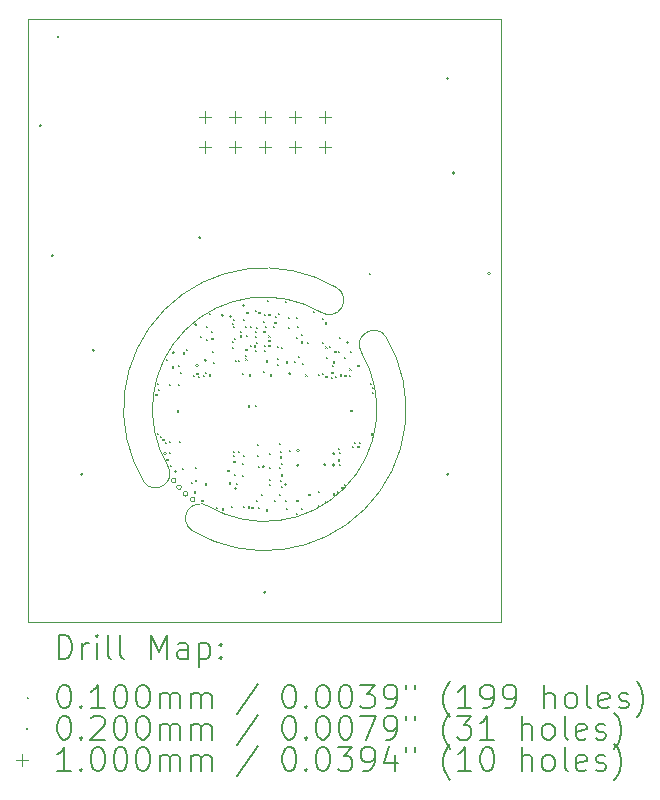
<source format=gbr>
%FSLAX45Y45*%
G04 Gerber Fmt 4.5, Leading zero omitted, Abs format (unit mm)*
G04 Created by KiCad (PCBNEW (6.0.0)) date 2022-01-25 07:30:47*
%MOMM*%
%LPD*%
G01*
G04 APERTURE LIST*
%TA.AperFunction,Profile*%
%ADD10C,0.050000*%
%TD*%
%ADD11C,0.200000*%
%ADD12C,0.010000*%
%ADD13C,0.020000*%
%ADD14C,0.100000*%
G04 APERTURE END LIST*
D10*
X11600000Y-6905000D02*
G75*
G03*
X11600000Y-6905000I-20000J0D01*
G01*
X11870000Y-7120000D02*
G75*
G03*
X11740000Y-7330000I-67136J-103678D01*
G01*
X11330000Y-6920000D02*
G75*
G03*
X11530000Y-6780000I95820J75972D01*
G01*
X14350000Y-8100000D02*
X10350000Y-8100000D01*
X10350000Y-8100000D02*
X10350000Y-3000000D01*
X10350000Y-3000000D02*
X14350000Y-3000000D01*
X14350000Y-3000000D02*
X14350000Y-8100000D01*
X12960000Y-5270000D02*
G75*
G03*
X11330000Y-6920000I-609186J-1028319D01*
G01*
X11740000Y-7330000D02*
G75*
G03*
X13380000Y-5690000I610181J1029820D01*
G01*
X11760000Y-7065000D02*
G75*
G03*
X11760000Y-7065000I-20000J0D01*
G01*
X11700000Y-7015000D02*
G75*
G03*
X11700000Y-7015000I-20000J0D01*
G01*
X11645000Y-6960000D02*
G75*
G03*
X11645000Y-6960000I-20000J0D01*
G01*
X12830000Y-5480000D02*
G75*
G03*
X11530000Y-6780000I-480000J-820000D01*
G01*
X11870000Y-7120000D02*
G75*
G03*
X13170000Y-5820000I480000J820000D01*
G01*
X12830000Y-5480000D02*
G75*
G03*
X12960000Y-5270000I67134J103679D01*
G01*
X13380000Y-5690000D02*
G75*
G03*
X13170000Y-5820000I-104791J-65337D01*
G01*
D11*
D12*
X11425000Y-6172500D02*
X11435000Y-6182500D01*
X11435000Y-6172500D02*
X11425000Y-6182500D01*
X11440000Y-6077500D02*
X11450000Y-6087500D01*
X11450000Y-6077500D02*
X11440000Y-6087500D01*
X11440771Y-6498185D02*
X11450771Y-6508185D01*
X11450771Y-6498185D02*
X11440771Y-6508185D01*
X11445000Y-6125000D02*
X11455000Y-6135000D01*
X11455000Y-6125000D02*
X11445000Y-6135000D01*
X11462240Y-6525000D02*
X11472240Y-6535000D01*
X11472240Y-6525000D02*
X11462240Y-6535000D01*
X11483620Y-6547834D02*
X11493620Y-6557834D01*
X11493620Y-6547834D02*
X11483620Y-6557834D01*
X11505000Y-6575000D02*
X11515000Y-6585000D01*
X11515000Y-6575000D02*
X11505000Y-6585000D01*
X11515000Y-5872500D02*
X11525000Y-5882500D01*
X11525000Y-5872500D02*
X11515000Y-5882500D01*
X11517500Y-6717500D02*
X11527500Y-6727500D01*
X11527500Y-6717500D02*
X11517500Y-6727500D01*
X11537550Y-6661333D02*
X11547550Y-6671333D01*
X11547550Y-6661333D02*
X11537550Y-6671333D01*
X11538356Y-6567225D02*
X11548356Y-6577225D01*
X11548356Y-6567225D02*
X11538356Y-6577225D01*
X11542450Y-6087245D02*
X11552450Y-6097245D01*
X11552450Y-6087245D02*
X11542450Y-6097245D01*
X11545000Y-6770000D02*
X11555000Y-6780000D01*
X11555000Y-6770000D02*
X11545000Y-6780000D01*
X11567642Y-5937642D02*
X11577642Y-5947642D01*
X11577642Y-5937642D02*
X11567642Y-5947642D01*
X11610050Y-6310000D02*
X11620050Y-6320000D01*
X11620050Y-6310000D02*
X11610050Y-6320000D01*
X11613917Y-6086367D02*
X11623917Y-6096367D01*
X11623917Y-6086367D02*
X11613917Y-6096367D01*
X11618512Y-5926254D02*
X11628512Y-5936254D01*
X11628512Y-5926254D02*
X11618512Y-5936254D01*
X11624698Y-6567225D02*
X11634698Y-6577225D01*
X11634698Y-6567225D02*
X11624698Y-6577225D01*
X11635000Y-5982500D02*
X11645000Y-5992500D01*
X11645000Y-5982500D02*
X11635000Y-5992500D01*
X11652500Y-6797500D02*
X11662500Y-6807500D01*
X11662500Y-6797500D02*
X11652500Y-6807500D01*
X11655451Y-5819264D02*
X11665451Y-5829264D01*
X11665451Y-5819264D02*
X11655451Y-5829264D01*
X11682500Y-5790000D02*
X11692500Y-5800000D01*
X11692500Y-5790000D02*
X11682500Y-5800000D01*
X11729000Y-6918000D02*
X11739000Y-6928000D01*
X11739000Y-6918000D02*
X11729000Y-6928000D01*
X11742500Y-6010000D02*
X11752500Y-6020000D01*
X11752500Y-6010000D02*
X11742500Y-6020000D01*
X11749052Y-6995000D02*
X11759052Y-7005000D01*
X11759052Y-6995000D02*
X11749052Y-7005000D01*
X11762500Y-6790000D02*
X11772500Y-6800000D01*
X11772500Y-6790000D02*
X11762500Y-6800000D01*
X11772773Y-5989807D02*
X11782773Y-5999807D01*
X11782773Y-5989807D02*
X11772773Y-5999807D01*
X11784167Y-6017505D02*
X11794167Y-6027505D01*
X11794167Y-6017505D02*
X11784167Y-6027505D01*
X11800000Y-5682000D02*
X11810000Y-5692000D01*
X11810000Y-5682000D02*
X11800000Y-5692000D01*
X11815000Y-7065000D02*
X11825000Y-7075000D01*
X11825000Y-7065000D02*
X11815000Y-7075000D01*
X11825000Y-6010000D02*
X11835000Y-6020000D01*
X11835000Y-6010000D02*
X11825000Y-6020000D01*
X11842500Y-6927500D02*
X11852500Y-6937500D01*
X11852500Y-6927500D02*
X11842500Y-6937500D01*
X11845029Y-5982680D02*
X11855029Y-5992680D01*
X11855029Y-5982680D02*
X11845029Y-5992680D01*
X11850000Y-5593000D02*
X11860000Y-5603000D01*
X11860000Y-5593000D02*
X11850000Y-5603000D01*
X11854000Y-5707000D02*
X11864000Y-5717000D01*
X11864000Y-5707000D02*
X11854000Y-5717000D01*
X11875000Y-5485000D02*
X11885000Y-5495000D01*
X11885000Y-5485000D02*
X11875000Y-5495000D01*
X11877500Y-6005000D02*
X11887500Y-6015000D01*
X11887500Y-6005000D02*
X11877500Y-6015000D01*
X11895500Y-5635000D02*
X11905500Y-5645000D01*
X11905500Y-5635000D02*
X11895500Y-5645000D01*
X11899000Y-5694000D02*
X11909000Y-5704000D01*
X11909000Y-5694000D02*
X11899000Y-5704000D01*
X11905147Y-5808482D02*
X11915147Y-5818482D01*
X11915147Y-5808482D02*
X11905147Y-5818482D01*
X11911000Y-5896000D02*
X11921000Y-5906000D01*
X11921000Y-5896000D02*
X11911000Y-5906000D01*
X11937500Y-7127500D02*
X11947500Y-7137500D01*
X11947500Y-7127500D02*
X11937500Y-7137500D01*
X11990000Y-7140000D02*
X12000000Y-7150000D01*
X12000000Y-7140000D02*
X11990000Y-7150000D01*
X12035000Y-6815000D02*
X12045000Y-6825000D01*
X12045000Y-6815000D02*
X12035000Y-6825000D01*
X12050142Y-6919858D02*
X12060142Y-6929858D01*
X12060142Y-6919858D02*
X12050142Y-6929858D01*
X12067450Y-7118584D02*
X12077450Y-7128584D01*
X12077450Y-7118584D02*
X12067450Y-7128584D01*
X12069591Y-5772500D02*
X12079591Y-5782500D01*
X12079591Y-5772500D02*
X12069591Y-5782500D01*
X12070248Y-5569950D02*
X12080248Y-5579950D01*
X12080248Y-5569950D02*
X12070248Y-5579950D01*
X12073000Y-5720122D02*
X12083000Y-5730122D01*
X12083000Y-5720122D02*
X12073000Y-5730122D01*
X12081000Y-5538000D02*
X12091000Y-5548000D01*
X12091000Y-5538000D02*
X12081000Y-5548000D01*
X12082500Y-6650000D02*
X12092500Y-6660000D01*
X12092500Y-6650000D02*
X12082500Y-6660000D01*
X12082500Y-6690000D02*
X12092500Y-6700000D01*
X12092500Y-6690000D02*
X12082500Y-6700000D01*
X12083375Y-5596871D02*
X12093375Y-5606871D01*
X12093375Y-5596871D02*
X12083375Y-5606871D01*
X12085000Y-6735000D02*
X12095000Y-6745000D01*
X12095000Y-6735000D02*
X12085000Y-6745000D01*
X12090000Y-6850000D02*
X12100000Y-6860000D01*
X12100000Y-6850000D02*
X12090000Y-6860000D01*
X12092067Y-5695172D02*
X12102067Y-5705172D01*
X12102067Y-5695172D02*
X12092067Y-5705172D01*
X12095514Y-5883512D02*
X12105514Y-5893512D01*
X12105514Y-5883512D02*
X12095514Y-5893512D01*
X12105000Y-6925000D02*
X12115000Y-6935000D01*
X12115000Y-6925000D02*
X12105000Y-6935000D01*
X12125000Y-6655000D02*
X12135000Y-6665000D01*
X12135000Y-6655000D02*
X12125000Y-6665000D01*
X12126000Y-5884000D02*
X12136000Y-5894000D01*
X12136000Y-5884000D02*
X12126000Y-5894000D01*
X12141838Y-5674952D02*
X12151838Y-5684952D01*
X12151838Y-5674952D02*
X12141838Y-5684952D01*
X12142500Y-5635000D02*
X12152500Y-5645000D01*
X12152500Y-5635000D02*
X12142500Y-5645000D01*
X12155000Y-5995000D02*
X12165000Y-6005000D01*
X12165000Y-5995000D02*
X12155000Y-6005000D01*
X12155000Y-6755000D02*
X12165000Y-6765000D01*
X12165000Y-6755000D02*
X12155000Y-6765000D01*
X12155000Y-6855000D02*
X12165000Y-6865000D01*
X12165000Y-6855000D02*
X12155000Y-6865000D01*
X12162500Y-7120000D02*
X12172500Y-7130000D01*
X12172500Y-7120000D02*
X12162500Y-7130000D01*
X12164639Y-5532701D02*
X12174639Y-5542701D01*
X12174639Y-5532701D02*
X12164639Y-5542701D01*
X12165000Y-6685000D02*
X12175000Y-6695000D01*
X12175000Y-6685000D02*
X12165000Y-6695000D01*
X12185000Y-5837520D02*
X12195000Y-5847520D01*
X12195000Y-5837520D02*
X12185000Y-5847520D01*
X12186292Y-5597606D02*
X12196292Y-5607606D01*
X12196292Y-5597606D02*
X12186292Y-5607606D01*
X12187000Y-5790000D02*
X12197000Y-5800000D01*
X12197000Y-5790000D02*
X12187000Y-5800000D01*
X12187712Y-5870000D02*
X12197712Y-5880000D01*
X12197712Y-5870000D02*
X12187712Y-5880000D01*
X12193000Y-5670000D02*
X12203000Y-5680000D01*
X12203000Y-5670000D02*
X12193000Y-5680000D01*
X12195000Y-5475000D02*
X12205000Y-5485000D01*
X12205000Y-5475000D02*
X12195000Y-5485000D01*
X12205000Y-6267500D02*
X12215000Y-6277500D01*
X12215000Y-6267500D02*
X12205000Y-6277500D01*
X12207500Y-7122500D02*
X12217500Y-7132500D01*
X12217500Y-7122500D02*
X12207500Y-7132500D01*
X12214890Y-6004794D02*
X12224890Y-6014794D01*
X12224890Y-6004794D02*
X12214890Y-6014794D01*
X12222500Y-5595000D02*
X12232500Y-5605000D01*
X12232500Y-5595000D02*
X12222500Y-5605000D01*
X12222587Y-5752529D02*
X12232587Y-5762529D01*
X12232587Y-5752529D02*
X12222587Y-5762529D01*
X12237327Y-7125212D02*
X12247327Y-7135212D01*
X12247327Y-7125212D02*
X12237327Y-7135212D01*
X12259862Y-5759260D02*
X12269862Y-5769260D01*
X12269862Y-5759260D02*
X12259862Y-5769260D01*
X12267310Y-5637345D02*
X12277310Y-5647345D01*
X12277310Y-5637345D02*
X12267310Y-5647345D01*
X12267500Y-5795000D02*
X12277500Y-5805000D01*
X12277500Y-5795000D02*
X12267500Y-5805000D01*
X12267500Y-6262500D02*
X12277500Y-6272500D01*
X12277500Y-6262500D02*
X12267500Y-6272500D01*
X12267760Y-5677930D02*
X12277760Y-5687930D01*
X12277760Y-5677930D02*
X12267760Y-5687930D01*
X12270000Y-5457500D02*
X12280000Y-5467500D01*
X12280000Y-5457500D02*
X12270000Y-5467500D01*
X12275000Y-7067500D02*
X12285000Y-7077500D01*
X12285000Y-7067500D02*
X12275000Y-7077500D01*
X12275050Y-5730634D02*
X12285050Y-5740634D01*
X12285050Y-5730634D02*
X12275050Y-5740634D01*
X12278677Y-5600292D02*
X12288677Y-5610292D01*
X12288677Y-5600292D02*
X12278677Y-5610292D01*
X12285000Y-6685000D02*
X12295000Y-6695000D01*
X12295000Y-6685000D02*
X12285000Y-6695000D01*
X12287500Y-6595000D02*
X12297500Y-6605000D01*
X12297500Y-6595000D02*
X12287500Y-6605000D01*
X12290000Y-6782500D02*
X12300000Y-6792500D01*
X12300000Y-6782500D02*
X12290000Y-6792500D01*
X12290586Y-7127231D02*
X12300586Y-7137231D01*
X12300586Y-7127231D02*
X12290586Y-7137231D01*
X12297500Y-5477500D02*
X12307500Y-5487500D01*
X12307500Y-5477500D02*
X12297500Y-5487500D01*
X12317500Y-7015000D02*
X12327500Y-7025000D01*
X12327500Y-7015000D02*
X12317500Y-7025000D01*
X12335000Y-5974000D02*
X12345000Y-5984000D01*
X12345000Y-5974000D02*
X12335000Y-5984000D01*
X12337050Y-5555000D02*
X12347050Y-5565000D01*
X12347050Y-5555000D02*
X12337050Y-5565000D01*
X12340000Y-5640000D02*
X12350000Y-5650000D01*
X12350000Y-5640000D02*
X12340000Y-5650000D01*
X12345000Y-5490000D02*
X12355000Y-5500000D01*
X12355000Y-5490000D02*
X12345000Y-5500000D01*
X12345000Y-5752070D02*
X12355000Y-5762070D01*
X12355000Y-5752070D02*
X12345000Y-5762070D01*
X12345000Y-5797500D02*
X12355000Y-5807500D01*
X12355000Y-5797500D02*
X12345000Y-5807500D01*
X12352065Y-5597635D02*
X12362065Y-5607635D01*
X12362065Y-5597635D02*
X12352065Y-5607635D01*
X12358892Y-5886108D02*
X12368892Y-5896108D01*
X12368892Y-5886108D02*
X12358892Y-5896108D01*
X12362500Y-7147500D02*
X12372500Y-7157500D01*
X12372500Y-7147500D02*
X12362500Y-7157500D01*
X12368972Y-5375744D02*
X12378972Y-5385744D01*
X12378972Y-5375744D02*
X12368972Y-5385744D01*
X12381690Y-5674972D02*
X12391690Y-5684972D01*
X12391690Y-5674972D02*
X12381690Y-5684972D01*
X12381748Y-5489999D02*
X12391748Y-5499999D01*
X12391748Y-5489999D02*
X12381748Y-5499999D01*
X12382500Y-5712500D02*
X12392500Y-5722500D01*
X12392500Y-5712500D02*
X12382500Y-5722500D01*
X12382500Y-5752500D02*
X12392500Y-5762500D01*
X12392500Y-5752500D02*
X12382500Y-5762500D01*
X12384254Y-6886655D02*
X12394254Y-6896655D01*
X12394254Y-6886655D02*
X12384254Y-6896655D01*
X12385000Y-6785000D02*
X12395000Y-6795000D01*
X12395000Y-6785000D02*
X12385000Y-6795000D01*
X12385000Y-6935000D02*
X12395000Y-6945000D01*
X12395000Y-6935000D02*
X12385000Y-6945000D01*
X12386719Y-6672097D02*
X12396719Y-6682097D01*
X12396719Y-6672097D02*
X12386719Y-6682097D01*
X12395000Y-6005000D02*
X12405000Y-6015000D01*
X12405000Y-6005000D02*
X12395000Y-6015000D01*
X12422369Y-5595094D02*
X12432369Y-5605094D01*
X12432369Y-5595094D02*
X12422369Y-5605094D01*
X12425000Y-7067500D02*
X12435000Y-7077500D01*
X12435000Y-7067500D02*
X12425000Y-7077500D01*
X12433050Y-5560000D02*
X12443050Y-5570000D01*
X12443050Y-5560000D02*
X12433050Y-5570000D01*
X12437500Y-5510000D02*
X12447500Y-5520000D01*
X12447500Y-5510000D02*
X12437500Y-5520000D01*
X12451000Y-5767000D02*
X12461000Y-5777000D01*
X12461000Y-5767000D02*
X12451000Y-5777000D01*
X12454000Y-5868000D02*
X12464000Y-5878000D01*
X12464000Y-5868000D02*
X12454000Y-5878000D01*
X12454000Y-5913000D02*
X12464000Y-5923000D01*
X12464000Y-5913000D02*
X12454000Y-5923000D01*
X12459000Y-5487000D02*
X12469000Y-5497000D01*
X12469000Y-5487000D02*
X12459000Y-5497000D01*
X12467500Y-7015000D02*
X12477500Y-7025000D01*
X12477500Y-7015000D02*
X12467500Y-7025000D01*
X12470750Y-6588250D02*
X12480750Y-6598250D01*
X12480750Y-6588250D02*
X12470750Y-6598250D01*
X12472642Y-6784858D02*
X12482642Y-6794858D01*
X12482642Y-6784858D02*
X12472642Y-6794858D01*
X12477500Y-6655000D02*
X12487500Y-6665000D01*
X12487500Y-6655000D02*
X12477500Y-6665000D01*
X12480000Y-6900000D02*
X12490000Y-6910000D01*
X12490000Y-6900000D02*
X12480000Y-6910000D01*
X12482500Y-6700000D02*
X12492500Y-6710000D01*
X12492500Y-6700000D02*
X12482500Y-6710000D01*
X12485000Y-6752500D02*
X12495000Y-6762500D01*
X12495000Y-6752500D02*
X12485000Y-6762500D01*
X12485000Y-6852500D02*
X12495000Y-6862500D01*
X12495000Y-6852500D02*
X12485000Y-6862500D01*
X12485098Y-5773667D02*
X12495098Y-5783667D01*
X12495098Y-5773667D02*
X12485098Y-5783667D01*
X12486000Y-6952550D02*
X12496000Y-6962550D01*
X12496000Y-6952550D02*
X12486000Y-6962550D01*
X12522500Y-7070000D02*
X12532500Y-7080000D01*
X12532500Y-7070000D02*
X12522500Y-7080000D01*
X12525000Y-5385000D02*
X12535000Y-5395000D01*
X12535000Y-5385000D02*
X12525000Y-5395000D01*
X12530000Y-5895000D02*
X12540000Y-5905000D01*
X12540000Y-5895000D02*
X12530000Y-5905000D01*
X12532078Y-7136058D02*
X12542078Y-7146058D01*
X12542078Y-7136058D02*
X12532078Y-7146058D01*
X12546300Y-5520000D02*
X12556300Y-5530000D01*
X12556300Y-5520000D02*
X12546300Y-5530000D01*
X12547500Y-5600000D02*
X12557500Y-5610000D01*
X12557500Y-5600000D02*
X12547500Y-5610000D01*
X12552500Y-6642500D02*
X12562500Y-6652500D01*
X12562500Y-6642500D02*
X12552500Y-6652500D01*
X12595000Y-5890000D02*
X12605000Y-5900000D01*
X12605000Y-5890000D02*
X12595000Y-5900000D01*
X12612500Y-5515000D02*
X12622500Y-5525000D01*
X12622500Y-5515000D02*
X12612500Y-5525000D01*
X12615000Y-5687500D02*
X12625000Y-5697500D01*
X12625000Y-5687500D02*
X12615000Y-5697500D01*
X12615000Y-7180000D02*
X12625000Y-7190000D01*
X12625000Y-7180000D02*
X12615000Y-7190000D01*
X12618660Y-7069480D02*
X12628660Y-7079480D01*
X12628660Y-7069480D02*
X12618660Y-7079480D01*
X12625000Y-5592500D02*
X12635000Y-5602500D01*
X12635000Y-5592500D02*
X12625000Y-5602500D01*
X12630000Y-5850000D02*
X12640000Y-5860000D01*
X12640000Y-5850000D02*
X12630000Y-5860000D01*
X12655000Y-5725000D02*
X12665000Y-5735000D01*
X12665000Y-5725000D02*
X12655000Y-5735000D01*
X12655000Y-7135000D02*
X12665000Y-7145000D01*
X12665000Y-7135000D02*
X12655000Y-7145000D01*
X12657500Y-5665000D02*
X12667500Y-5675000D01*
X12667500Y-5665000D02*
X12657500Y-5675000D01*
X12665000Y-5910000D02*
X12675000Y-5920000D01*
X12675000Y-5910000D02*
X12665000Y-5920000D01*
X12695000Y-6005000D02*
X12705000Y-6015000D01*
X12705000Y-6005000D02*
X12695000Y-6015000D01*
X12707441Y-5727450D02*
X12717441Y-5737450D01*
X12717441Y-5727450D02*
X12707441Y-5737450D01*
X12720687Y-7014471D02*
X12730687Y-7024471D01*
X12730687Y-7014471D02*
X12720687Y-7024471D01*
X12757500Y-5465000D02*
X12767500Y-5475000D01*
X12767500Y-5465000D02*
X12757500Y-5475000D01*
X12797500Y-6994950D02*
X12807500Y-7004950D01*
X12807500Y-6994950D02*
X12797500Y-7004950D01*
X12800000Y-6000000D02*
X12810000Y-6010000D01*
X12810000Y-6000000D02*
X12800000Y-6010000D01*
X12800000Y-7107500D02*
X12810000Y-7117500D01*
X12810000Y-7107500D02*
X12800000Y-7117500D01*
X12835000Y-5525000D02*
X12845000Y-5535000D01*
X12845000Y-5525000D02*
X12835000Y-5535000D01*
X12835000Y-5728000D02*
X12845000Y-5738000D01*
X12845000Y-5728000D02*
X12835000Y-5738000D01*
X12835000Y-5995000D02*
X12845000Y-6005000D01*
X12845000Y-5995000D02*
X12835000Y-6005000D01*
X12857000Y-7073000D02*
X12867000Y-7083000D01*
X12867000Y-7073000D02*
X12857000Y-7083000D01*
X12860000Y-5565000D02*
X12870000Y-5575000D01*
X12870000Y-5565000D02*
X12860000Y-5575000D01*
X12864950Y-5768800D02*
X12874950Y-5778800D01*
X12874950Y-5768800D02*
X12864950Y-5778800D01*
X12865000Y-6015000D02*
X12875000Y-6025000D01*
X12875000Y-6015000D02*
X12865000Y-6025000D01*
X12870000Y-5855000D02*
X12880000Y-5865000D01*
X12880000Y-5855000D02*
X12870000Y-5865000D01*
X12897217Y-5765820D02*
X12907217Y-5775820D01*
X12907217Y-5765820D02*
X12897217Y-5775820D01*
X12908113Y-6024519D02*
X12918113Y-6034519D01*
X12918113Y-6024519D02*
X12908113Y-6034519D01*
X12915600Y-5981820D02*
X12925600Y-5991820D01*
X12925600Y-5981820D02*
X12915600Y-5991820D01*
X12920000Y-5925000D02*
X12930000Y-5935000D01*
X12930000Y-5925000D02*
X12920000Y-5935000D01*
X12925874Y-5895631D02*
X12935874Y-5905631D01*
X12935874Y-5895631D02*
X12925874Y-5905631D01*
X12930000Y-7012500D02*
X12940000Y-7022500D01*
X12940000Y-7012500D02*
X12930000Y-7022500D01*
X12940050Y-5805000D02*
X12950050Y-5815000D01*
X12950050Y-5805000D02*
X12940050Y-5815000D01*
X12944972Y-6014685D02*
X12954972Y-6024685D01*
X12954972Y-6014685D02*
X12944972Y-6024685D01*
X12965000Y-6990000D02*
X12975000Y-7000000D01*
X12975000Y-6990000D02*
X12965000Y-7000000D01*
X12970000Y-5805000D02*
X12980000Y-5815000D01*
X12980000Y-5805000D02*
X12970000Y-5815000D01*
X12972500Y-6627500D02*
X12982500Y-6637500D01*
X12982500Y-6627500D02*
X12972500Y-6637500D01*
X12972835Y-6724716D02*
X12982835Y-6734716D01*
X12982835Y-6724716D02*
X12972835Y-6734716D01*
X12980000Y-6662500D02*
X12990000Y-6672500D01*
X12990000Y-6662500D02*
X12980000Y-6672500D01*
X12980000Y-6762500D02*
X12990000Y-6772500D01*
X12990000Y-6762500D02*
X12980000Y-6772500D01*
X12980142Y-5689858D02*
X12990142Y-5699858D01*
X12990142Y-5689858D02*
X12980142Y-5699858D01*
X12985000Y-6005000D02*
X12995000Y-6015000D01*
X12995000Y-6005000D02*
X12985000Y-6015000D01*
X13000000Y-6957500D02*
X13010000Y-6967500D01*
X13010000Y-6957500D02*
X13000000Y-6967500D01*
X13022500Y-6932500D02*
X13032500Y-6942500D01*
X13032500Y-6932500D02*
X13022500Y-6942500D01*
X13023000Y-5855000D02*
X13033000Y-5865000D01*
X13033000Y-5855000D02*
X13023000Y-5865000D01*
X13025000Y-6007500D02*
X13035000Y-6017500D01*
X13035000Y-6007500D02*
X13025000Y-6017500D01*
X13065000Y-6007500D02*
X13075000Y-6017500D01*
X13075000Y-6007500D02*
X13065000Y-6017500D01*
X13067684Y-5955000D02*
X13077684Y-5965000D01*
X13077684Y-5955000D02*
X13067684Y-5965000D01*
X13070000Y-5805000D02*
X13080000Y-5815000D01*
X13080000Y-5805000D02*
X13070000Y-5815000D01*
X13076760Y-6307500D02*
X13086760Y-6317500D01*
X13086760Y-6307500D02*
X13076760Y-6317500D01*
X13091000Y-6611000D02*
X13101000Y-6621000D01*
X13101000Y-6611000D02*
X13091000Y-6621000D01*
X13104078Y-6579704D02*
X13114078Y-6589704D01*
X13114078Y-6579704D02*
X13104078Y-6589704D01*
X13135000Y-5925000D02*
X13145000Y-5935000D01*
X13145000Y-5925000D02*
X13135000Y-5935000D01*
X13136000Y-6608000D02*
X13146000Y-6618000D01*
X13146000Y-6608000D02*
X13136000Y-6618000D01*
X13147843Y-6576948D02*
X13157843Y-6586948D01*
X13157843Y-6576948D02*
X13147843Y-6586948D01*
X13235000Y-5145000D02*
X13245000Y-5155000D01*
X13245000Y-5145000D02*
X13235000Y-5155000D01*
X13244619Y-6079335D02*
X13254619Y-6089335D01*
X13254619Y-6079335D02*
X13244619Y-6089335D01*
X13247000Y-6505000D02*
X13257000Y-6515000D01*
X13257000Y-6505000D02*
X13247000Y-6515000D01*
X13255000Y-6110000D02*
X13265000Y-6120000D01*
X13265000Y-6110000D02*
X13255000Y-6120000D01*
X13255000Y-6155000D02*
X13265000Y-6165000D01*
X13265000Y-6155000D02*
X13255000Y-6165000D01*
D13*
X10460000Y-3900000D02*
G75*
G03*
X10460000Y-3900000I-10000J0D01*
G01*
X10560000Y-5000000D02*
G75*
G03*
X10560000Y-5000000I-10000J0D01*
G01*
X10610000Y-3150000D02*
G75*
G03*
X10610000Y-3150000I-10000J0D01*
G01*
X10810000Y-6850000D02*
G75*
G03*
X10810000Y-6850000I-10000J0D01*
G01*
X10910000Y-5800000D02*
G75*
G03*
X10910000Y-5800000I-10000J0D01*
G01*
X11517500Y-6675000D02*
G75*
G03*
X11517500Y-6675000I-10000J0D01*
G01*
X11586605Y-5820756D02*
G75*
G03*
X11586605Y-5820756I-10000J0D01*
G01*
X11605304Y-6827396D02*
G75*
G03*
X11605304Y-6827396I-10000J0D01*
G01*
X11777000Y-5585000D02*
G75*
G03*
X11777000Y-5585000I-10000J0D01*
G01*
X11781000Y-6908000D02*
G75*
G03*
X11781000Y-6908000I-10000J0D01*
G01*
X11787500Y-5930000D02*
G75*
G03*
X11787500Y-5930000I-10000J0D01*
G01*
X11810000Y-4850000D02*
G75*
G03*
X11810000Y-4850000I-10000J0D01*
G01*
X11857000Y-5884000D02*
G75*
G03*
X11857000Y-5884000I-10000J0D01*
G01*
X12000000Y-5505000D02*
G75*
G03*
X12000000Y-5505000I-10000J0D01*
G01*
X12070000Y-5515000D02*
G75*
G03*
X12070000Y-5515000I-10000J0D01*
G01*
X12114928Y-6970072D02*
G75*
G03*
X12114928Y-6970072I-10000J0D01*
G01*
X12182621Y-5422117D02*
G75*
G03*
X12182621Y-5422117I-10000J0D01*
G01*
X12350000Y-6787500D02*
G75*
G03*
X12350000Y-6787500I-10000J0D01*
G01*
X12360000Y-7850000D02*
G75*
G03*
X12360000Y-7850000I-10000J0D01*
G01*
X12538566Y-6937550D02*
G75*
G03*
X12538566Y-6937550I-10000J0D01*
G01*
X12572000Y-6001000D02*
G75*
G03*
X12572000Y-6001000I-10000J0D01*
G01*
X12640000Y-6772500D02*
G75*
G03*
X12640000Y-6772500I-10000J0D01*
G01*
X12642500Y-6650000D02*
G75*
G03*
X12642500Y-6650000I-10000J0D01*
G01*
X12867500Y-6771240D02*
G75*
G03*
X12867500Y-6771240I-10000J0D01*
G01*
X12942500Y-6772500D02*
G75*
G03*
X12942500Y-6772500I-10000J0D01*
G01*
X12945000Y-6677500D02*
G75*
G03*
X12945000Y-6677500I-10000J0D01*
G01*
X13062500Y-5735000D02*
G75*
G03*
X13062500Y-5735000I-10000J0D01*
G01*
X13910000Y-3500000D02*
G75*
G03*
X13910000Y-3500000I-10000J0D01*
G01*
X13910000Y-6850000D02*
G75*
G03*
X13910000Y-6850000I-10000J0D01*
G01*
X13960000Y-4300000D02*
G75*
G03*
X13960000Y-4300000I-10000J0D01*
G01*
X14260000Y-5150000D02*
G75*
G03*
X14260000Y-5150000I-10000J0D01*
G01*
D14*
X11842000Y-3774750D02*
X11842000Y-3874750D01*
X11792000Y-3824750D02*
X11892000Y-3824750D01*
X11842000Y-4028750D02*
X11842000Y-4128750D01*
X11792000Y-4078750D02*
X11892000Y-4078750D01*
X12096000Y-3774750D02*
X12096000Y-3874750D01*
X12046000Y-3824750D02*
X12146000Y-3824750D01*
X12096000Y-4028750D02*
X12096000Y-4128750D01*
X12046000Y-4078750D02*
X12146000Y-4078750D01*
X12350000Y-3774750D02*
X12350000Y-3874750D01*
X12300000Y-3824750D02*
X12400000Y-3824750D01*
X12350000Y-4028750D02*
X12350000Y-4128750D01*
X12300000Y-4078750D02*
X12400000Y-4078750D01*
X12604000Y-3774750D02*
X12604000Y-3874750D01*
X12554000Y-3824750D02*
X12654000Y-3824750D01*
X12604000Y-4028750D02*
X12604000Y-4128750D01*
X12554000Y-4078750D02*
X12654000Y-4078750D01*
X12858000Y-3774750D02*
X12858000Y-3874750D01*
X12808000Y-3824750D02*
X12908000Y-3824750D01*
X12858000Y-4028750D02*
X12858000Y-4128750D01*
X12808000Y-4078750D02*
X12908000Y-4078750D01*
D11*
X10605119Y-8412976D02*
X10605119Y-8212976D01*
X10652738Y-8212976D01*
X10681310Y-8222500D01*
X10700357Y-8241548D01*
X10709881Y-8260595D01*
X10719405Y-8298690D01*
X10719405Y-8327262D01*
X10709881Y-8365357D01*
X10700357Y-8384405D01*
X10681310Y-8403452D01*
X10652738Y-8412976D01*
X10605119Y-8412976D01*
X10805119Y-8412976D02*
X10805119Y-8279643D01*
X10805119Y-8317738D02*
X10814643Y-8298690D01*
X10824167Y-8289167D01*
X10843214Y-8279643D01*
X10862262Y-8279643D01*
X10928929Y-8412976D02*
X10928929Y-8279643D01*
X10928929Y-8212976D02*
X10919405Y-8222500D01*
X10928929Y-8232024D01*
X10938452Y-8222500D01*
X10928929Y-8212976D01*
X10928929Y-8232024D01*
X11052738Y-8412976D02*
X11033690Y-8403452D01*
X11024167Y-8384405D01*
X11024167Y-8212976D01*
X11157500Y-8412976D02*
X11138452Y-8403452D01*
X11128929Y-8384405D01*
X11128929Y-8212976D01*
X11386071Y-8412976D02*
X11386071Y-8212976D01*
X11452738Y-8355833D01*
X11519405Y-8212976D01*
X11519405Y-8412976D01*
X11700357Y-8412976D02*
X11700357Y-8308214D01*
X11690833Y-8289167D01*
X11671786Y-8279643D01*
X11633690Y-8279643D01*
X11614643Y-8289167D01*
X11700357Y-8403452D02*
X11681309Y-8412976D01*
X11633690Y-8412976D01*
X11614643Y-8403452D01*
X11605119Y-8384405D01*
X11605119Y-8365357D01*
X11614643Y-8346309D01*
X11633690Y-8336786D01*
X11681309Y-8336786D01*
X11700357Y-8327262D01*
X11795595Y-8279643D02*
X11795595Y-8479643D01*
X11795595Y-8289167D02*
X11814643Y-8279643D01*
X11852738Y-8279643D01*
X11871786Y-8289167D01*
X11881309Y-8298690D01*
X11890833Y-8317738D01*
X11890833Y-8374881D01*
X11881309Y-8393929D01*
X11871786Y-8403452D01*
X11852738Y-8412976D01*
X11814643Y-8412976D01*
X11795595Y-8403452D01*
X11976548Y-8393929D02*
X11986071Y-8403452D01*
X11976548Y-8412976D01*
X11967024Y-8403452D01*
X11976548Y-8393929D01*
X11976548Y-8412976D01*
X11976548Y-8289167D02*
X11986071Y-8298690D01*
X11976548Y-8308214D01*
X11967024Y-8298690D01*
X11976548Y-8289167D01*
X11976548Y-8308214D01*
D12*
X10337500Y-8737500D02*
X10347500Y-8747500D01*
X10347500Y-8737500D02*
X10337500Y-8747500D01*
D11*
X10643214Y-8632976D02*
X10662262Y-8632976D01*
X10681310Y-8642500D01*
X10690833Y-8652024D01*
X10700357Y-8671071D01*
X10709881Y-8709167D01*
X10709881Y-8756786D01*
X10700357Y-8794881D01*
X10690833Y-8813929D01*
X10681310Y-8823452D01*
X10662262Y-8832976D01*
X10643214Y-8832976D01*
X10624167Y-8823452D01*
X10614643Y-8813929D01*
X10605119Y-8794881D01*
X10595595Y-8756786D01*
X10595595Y-8709167D01*
X10605119Y-8671071D01*
X10614643Y-8652024D01*
X10624167Y-8642500D01*
X10643214Y-8632976D01*
X10795595Y-8813929D02*
X10805119Y-8823452D01*
X10795595Y-8832976D01*
X10786071Y-8823452D01*
X10795595Y-8813929D01*
X10795595Y-8832976D01*
X10995595Y-8832976D02*
X10881310Y-8832976D01*
X10938452Y-8832976D02*
X10938452Y-8632976D01*
X10919405Y-8661548D01*
X10900357Y-8680595D01*
X10881310Y-8690119D01*
X11119405Y-8632976D02*
X11138452Y-8632976D01*
X11157500Y-8642500D01*
X11167024Y-8652024D01*
X11176548Y-8671071D01*
X11186071Y-8709167D01*
X11186071Y-8756786D01*
X11176548Y-8794881D01*
X11167024Y-8813929D01*
X11157500Y-8823452D01*
X11138452Y-8832976D01*
X11119405Y-8832976D01*
X11100357Y-8823452D01*
X11090833Y-8813929D01*
X11081310Y-8794881D01*
X11071786Y-8756786D01*
X11071786Y-8709167D01*
X11081310Y-8671071D01*
X11090833Y-8652024D01*
X11100357Y-8642500D01*
X11119405Y-8632976D01*
X11309881Y-8632976D02*
X11328928Y-8632976D01*
X11347976Y-8642500D01*
X11357500Y-8652024D01*
X11367024Y-8671071D01*
X11376548Y-8709167D01*
X11376548Y-8756786D01*
X11367024Y-8794881D01*
X11357500Y-8813929D01*
X11347976Y-8823452D01*
X11328928Y-8832976D01*
X11309881Y-8832976D01*
X11290833Y-8823452D01*
X11281309Y-8813929D01*
X11271786Y-8794881D01*
X11262262Y-8756786D01*
X11262262Y-8709167D01*
X11271786Y-8671071D01*
X11281309Y-8652024D01*
X11290833Y-8642500D01*
X11309881Y-8632976D01*
X11462262Y-8832976D02*
X11462262Y-8699643D01*
X11462262Y-8718690D02*
X11471786Y-8709167D01*
X11490833Y-8699643D01*
X11519405Y-8699643D01*
X11538452Y-8709167D01*
X11547976Y-8728214D01*
X11547976Y-8832976D01*
X11547976Y-8728214D02*
X11557500Y-8709167D01*
X11576548Y-8699643D01*
X11605119Y-8699643D01*
X11624167Y-8709167D01*
X11633690Y-8728214D01*
X11633690Y-8832976D01*
X11728928Y-8832976D02*
X11728928Y-8699643D01*
X11728928Y-8718690D02*
X11738452Y-8709167D01*
X11757500Y-8699643D01*
X11786071Y-8699643D01*
X11805119Y-8709167D01*
X11814643Y-8728214D01*
X11814643Y-8832976D01*
X11814643Y-8728214D02*
X11824167Y-8709167D01*
X11843214Y-8699643D01*
X11871786Y-8699643D01*
X11890833Y-8709167D01*
X11900357Y-8728214D01*
X11900357Y-8832976D01*
X12290833Y-8623452D02*
X12119405Y-8880595D01*
X12547976Y-8632976D02*
X12567024Y-8632976D01*
X12586071Y-8642500D01*
X12595595Y-8652024D01*
X12605119Y-8671071D01*
X12614643Y-8709167D01*
X12614643Y-8756786D01*
X12605119Y-8794881D01*
X12595595Y-8813929D01*
X12586071Y-8823452D01*
X12567024Y-8832976D01*
X12547976Y-8832976D01*
X12528928Y-8823452D01*
X12519405Y-8813929D01*
X12509881Y-8794881D01*
X12500357Y-8756786D01*
X12500357Y-8709167D01*
X12509881Y-8671071D01*
X12519405Y-8652024D01*
X12528928Y-8642500D01*
X12547976Y-8632976D01*
X12700357Y-8813929D02*
X12709881Y-8823452D01*
X12700357Y-8832976D01*
X12690833Y-8823452D01*
X12700357Y-8813929D01*
X12700357Y-8832976D01*
X12833690Y-8632976D02*
X12852738Y-8632976D01*
X12871786Y-8642500D01*
X12881309Y-8652024D01*
X12890833Y-8671071D01*
X12900357Y-8709167D01*
X12900357Y-8756786D01*
X12890833Y-8794881D01*
X12881309Y-8813929D01*
X12871786Y-8823452D01*
X12852738Y-8832976D01*
X12833690Y-8832976D01*
X12814643Y-8823452D01*
X12805119Y-8813929D01*
X12795595Y-8794881D01*
X12786071Y-8756786D01*
X12786071Y-8709167D01*
X12795595Y-8671071D01*
X12805119Y-8652024D01*
X12814643Y-8642500D01*
X12833690Y-8632976D01*
X13024167Y-8632976D02*
X13043214Y-8632976D01*
X13062262Y-8642500D01*
X13071786Y-8652024D01*
X13081309Y-8671071D01*
X13090833Y-8709167D01*
X13090833Y-8756786D01*
X13081309Y-8794881D01*
X13071786Y-8813929D01*
X13062262Y-8823452D01*
X13043214Y-8832976D01*
X13024167Y-8832976D01*
X13005119Y-8823452D01*
X12995595Y-8813929D01*
X12986071Y-8794881D01*
X12976548Y-8756786D01*
X12976548Y-8709167D01*
X12986071Y-8671071D01*
X12995595Y-8652024D01*
X13005119Y-8642500D01*
X13024167Y-8632976D01*
X13157500Y-8632976D02*
X13281309Y-8632976D01*
X13214643Y-8709167D01*
X13243214Y-8709167D01*
X13262262Y-8718690D01*
X13271786Y-8728214D01*
X13281309Y-8747262D01*
X13281309Y-8794881D01*
X13271786Y-8813929D01*
X13262262Y-8823452D01*
X13243214Y-8832976D01*
X13186071Y-8832976D01*
X13167024Y-8823452D01*
X13157500Y-8813929D01*
X13376548Y-8832976D02*
X13414643Y-8832976D01*
X13433690Y-8823452D01*
X13443214Y-8813929D01*
X13462262Y-8785357D01*
X13471786Y-8747262D01*
X13471786Y-8671071D01*
X13462262Y-8652024D01*
X13452738Y-8642500D01*
X13433690Y-8632976D01*
X13395595Y-8632976D01*
X13376548Y-8642500D01*
X13367024Y-8652024D01*
X13357500Y-8671071D01*
X13357500Y-8718690D01*
X13367024Y-8737738D01*
X13376548Y-8747262D01*
X13395595Y-8756786D01*
X13433690Y-8756786D01*
X13452738Y-8747262D01*
X13462262Y-8737738D01*
X13471786Y-8718690D01*
X13547976Y-8632976D02*
X13547976Y-8671071D01*
X13624167Y-8632976D02*
X13624167Y-8671071D01*
X13919405Y-8909167D02*
X13909881Y-8899643D01*
X13890833Y-8871071D01*
X13881309Y-8852024D01*
X13871786Y-8823452D01*
X13862262Y-8775833D01*
X13862262Y-8737738D01*
X13871786Y-8690119D01*
X13881309Y-8661548D01*
X13890833Y-8642500D01*
X13909881Y-8613929D01*
X13919405Y-8604405D01*
X14100357Y-8832976D02*
X13986071Y-8832976D01*
X14043214Y-8832976D02*
X14043214Y-8632976D01*
X14024167Y-8661548D01*
X14005119Y-8680595D01*
X13986071Y-8690119D01*
X14195595Y-8832976D02*
X14233690Y-8832976D01*
X14252738Y-8823452D01*
X14262262Y-8813929D01*
X14281309Y-8785357D01*
X14290833Y-8747262D01*
X14290833Y-8671071D01*
X14281309Y-8652024D01*
X14271786Y-8642500D01*
X14252738Y-8632976D01*
X14214643Y-8632976D01*
X14195595Y-8642500D01*
X14186071Y-8652024D01*
X14176548Y-8671071D01*
X14176548Y-8718690D01*
X14186071Y-8737738D01*
X14195595Y-8747262D01*
X14214643Y-8756786D01*
X14252738Y-8756786D01*
X14271786Y-8747262D01*
X14281309Y-8737738D01*
X14290833Y-8718690D01*
X14386071Y-8832976D02*
X14424167Y-8832976D01*
X14443214Y-8823452D01*
X14452738Y-8813929D01*
X14471786Y-8785357D01*
X14481309Y-8747262D01*
X14481309Y-8671071D01*
X14471786Y-8652024D01*
X14462262Y-8642500D01*
X14443214Y-8632976D01*
X14405119Y-8632976D01*
X14386071Y-8642500D01*
X14376548Y-8652024D01*
X14367024Y-8671071D01*
X14367024Y-8718690D01*
X14376548Y-8737738D01*
X14386071Y-8747262D01*
X14405119Y-8756786D01*
X14443214Y-8756786D01*
X14462262Y-8747262D01*
X14471786Y-8737738D01*
X14481309Y-8718690D01*
X14719405Y-8832976D02*
X14719405Y-8632976D01*
X14805119Y-8832976D02*
X14805119Y-8728214D01*
X14795595Y-8709167D01*
X14776548Y-8699643D01*
X14747976Y-8699643D01*
X14728928Y-8709167D01*
X14719405Y-8718690D01*
X14928928Y-8832976D02*
X14909881Y-8823452D01*
X14900357Y-8813929D01*
X14890833Y-8794881D01*
X14890833Y-8737738D01*
X14900357Y-8718690D01*
X14909881Y-8709167D01*
X14928928Y-8699643D01*
X14957500Y-8699643D01*
X14976548Y-8709167D01*
X14986071Y-8718690D01*
X14995595Y-8737738D01*
X14995595Y-8794881D01*
X14986071Y-8813929D01*
X14976548Y-8823452D01*
X14957500Y-8832976D01*
X14928928Y-8832976D01*
X15109881Y-8832976D02*
X15090833Y-8823452D01*
X15081309Y-8804405D01*
X15081309Y-8632976D01*
X15262262Y-8823452D02*
X15243214Y-8832976D01*
X15205119Y-8832976D01*
X15186071Y-8823452D01*
X15176548Y-8804405D01*
X15176548Y-8728214D01*
X15186071Y-8709167D01*
X15205119Y-8699643D01*
X15243214Y-8699643D01*
X15262262Y-8709167D01*
X15271786Y-8728214D01*
X15271786Y-8747262D01*
X15176548Y-8766310D01*
X15347976Y-8823452D02*
X15367024Y-8832976D01*
X15405119Y-8832976D01*
X15424167Y-8823452D01*
X15433690Y-8804405D01*
X15433690Y-8794881D01*
X15424167Y-8775833D01*
X15405119Y-8766310D01*
X15376548Y-8766310D01*
X15357500Y-8756786D01*
X15347976Y-8737738D01*
X15347976Y-8728214D01*
X15357500Y-8709167D01*
X15376548Y-8699643D01*
X15405119Y-8699643D01*
X15424167Y-8709167D01*
X15500357Y-8909167D02*
X15509881Y-8899643D01*
X15528928Y-8871071D01*
X15538452Y-8852024D01*
X15547976Y-8823452D01*
X15557500Y-8775833D01*
X15557500Y-8737738D01*
X15547976Y-8690119D01*
X15538452Y-8661548D01*
X15528928Y-8642500D01*
X15509881Y-8613929D01*
X15500357Y-8604405D01*
D13*
X10347500Y-9006500D02*
G75*
G03*
X10347500Y-9006500I-10000J0D01*
G01*
D11*
X10643214Y-8896976D02*
X10662262Y-8896976D01*
X10681310Y-8906500D01*
X10690833Y-8916024D01*
X10700357Y-8935071D01*
X10709881Y-8973167D01*
X10709881Y-9020786D01*
X10700357Y-9058881D01*
X10690833Y-9077929D01*
X10681310Y-9087452D01*
X10662262Y-9096976D01*
X10643214Y-9096976D01*
X10624167Y-9087452D01*
X10614643Y-9077929D01*
X10605119Y-9058881D01*
X10595595Y-9020786D01*
X10595595Y-8973167D01*
X10605119Y-8935071D01*
X10614643Y-8916024D01*
X10624167Y-8906500D01*
X10643214Y-8896976D01*
X10795595Y-9077929D02*
X10805119Y-9087452D01*
X10795595Y-9096976D01*
X10786071Y-9087452D01*
X10795595Y-9077929D01*
X10795595Y-9096976D01*
X10881310Y-8916024D02*
X10890833Y-8906500D01*
X10909881Y-8896976D01*
X10957500Y-8896976D01*
X10976548Y-8906500D01*
X10986071Y-8916024D01*
X10995595Y-8935071D01*
X10995595Y-8954119D01*
X10986071Y-8982690D01*
X10871786Y-9096976D01*
X10995595Y-9096976D01*
X11119405Y-8896976D02*
X11138452Y-8896976D01*
X11157500Y-8906500D01*
X11167024Y-8916024D01*
X11176548Y-8935071D01*
X11186071Y-8973167D01*
X11186071Y-9020786D01*
X11176548Y-9058881D01*
X11167024Y-9077929D01*
X11157500Y-9087452D01*
X11138452Y-9096976D01*
X11119405Y-9096976D01*
X11100357Y-9087452D01*
X11090833Y-9077929D01*
X11081310Y-9058881D01*
X11071786Y-9020786D01*
X11071786Y-8973167D01*
X11081310Y-8935071D01*
X11090833Y-8916024D01*
X11100357Y-8906500D01*
X11119405Y-8896976D01*
X11309881Y-8896976D02*
X11328928Y-8896976D01*
X11347976Y-8906500D01*
X11357500Y-8916024D01*
X11367024Y-8935071D01*
X11376548Y-8973167D01*
X11376548Y-9020786D01*
X11367024Y-9058881D01*
X11357500Y-9077929D01*
X11347976Y-9087452D01*
X11328928Y-9096976D01*
X11309881Y-9096976D01*
X11290833Y-9087452D01*
X11281309Y-9077929D01*
X11271786Y-9058881D01*
X11262262Y-9020786D01*
X11262262Y-8973167D01*
X11271786Y-8935071D01*
X11281309Y-8916024D01*
X11290833Y-8906500D01*
X11309881Y-8896976D01*
X11462262Y-9096976D02*
X11462262Y-8963643D01*
X11462262Y-8982690D02*
X11471786Y-8973167D01*
X11490833Y-8963643D01*
X11519405Y-8963643D01*
X11538452Y-8973167D01*
X11547976Y-8992214D01*
X11547976Y-9096976D01*
X11547976Y-8992214D02*
X11557500Y-8973167D01*
X11576548Y-8963643D01*
X11605119Y-8963643D01*
X11624167Y-8973167D01*
X11633690Y-8992214D01*
X11633690Y-9096976D01*
X11728928Y-9096976D02*
X11728928Y-8963643D01*
X11728928Y-8982690D02*
X11738452Y-8973167D01*
X11757500Y-8963643D01*
X11786071Y-8963643D01*
X11805119Y-8973167D01*
X11814643Y-8992214D01*
X11814643Y-9096976D01*
X11814643Y-8992214D02*
X11824167Y-8973167D01*
X11843214Y-8963643D01*
X11871786Y-8963643D01*
X11890833Y-8973167D01*
X11900357Y-8992214D01*
X11900357Y-9096976D01*
X12290833Y-8887452D02*
X12119405Y-9144595D01*
X12547976Y-8896976D02*
X12567024Y-8896976D01*
X12586071Y-8906500D01*
X12595595Y-8916024D01*
X12605119Y-8935071D01*
X12614643Y-8973167D01*
X12614643Y-9020786D01*
X12605119Y-9058881D01*
X12595595Y-9077929D01*
X12586071Y-9087452D01*
X12567024Y-9096976D01*
X12547976Y-9096976D01*
X12528928Y-9087452D01*
X12519405Y-9077929D01*
X12509881Y-9058881D01*
X12500357Y-9020786D01*
X12500357Y-8973167D01*
X12509881Y-8935071D01*
X12519405Y-8916024D01*
X12528928Y-8906500D01*
X12547976Y-8896976D01*
X12700357Y-9077929D02*
X12709881Y-9087452D01*
X12700357Y-9096976D01*
X12690833Y-9087452D01*
X12700357Y-9077929D01*
X12700357Y-9096976D01*
X12833690Y-8896976D02*
X12852738Y-8896976D01*
X12871786Y-8906500D01*
X12881309Y-8916024D01*
X12890833Y-8935071D01*
X12900357Y-8973167D01*
X12900357Y-9020786D01*
X12890833Y-9058881D01*
X12881309Y-9077929D01*
X12871786Y-9087452D01*
X12852738Y-9096976D01*
X12833690Y-9096976D01*
X12814643Y-9087452D01*
X12805119Y-9077929D01*
X12795595Y-9058881D01*
X12786071Y-9020786D01*
X12786071Y-8973167D01*
X12795595Y-8935071D01*
X12805119Y-8916024D01*
X12814643Y-8906500D01*
X12833690Y-8896976D01*
X13024167Y-8896976D02*
X13043214Y-8896976D01*
X13062262Y-8906500D01*
X13071786Y-8916024D01*
X13081309Y-8935071D01*
X13090833Y-8973167D01*
X13090833Y-9020786D01*
X13081309Y-9058881D01*
X13071786Y-9077929D01*
X13062262Y-9087452D01*
X13043214Y-9096976D01*
X13024167Y-9096976D01*
X13005119Y-9087452D01*
X12995595Y-9077929D01*
X12986071Y-9058881D01*
X12976548Y-9020786D01*
X12976548Y-8973167D01*
X12986071Y-8935071D01*
X12995595Y-8916024D01*
X13005119Y-8906500D01*
X13024167Y-8896976D01*
X13157500Y-8896976D02*
X13290833Y-8896976D01*
X13205119Y-9096976D01*
X13376548Y-9096976D02*
X13414643Y-9096976D01*
X13433690Y-9087452D01*
X13443214Y-9077929D01*
X13462262Y-9049357D01*
X13471786Y-9011262D01*
X13471786Y-8935071D01*
X13462262Y-8916024D01*
X13452738Y-8906500D01*
X13433690Y-8896976D01*
X13395595Y-8896976D01*
X13376548Y-8906500D01*
X13367024Y-8916024D01*
X13357500Y-8935071D01*
X13357500Y-8982690D01*
X13367024Y-9001738D01*
X13376548Y-9011262D01*
X13395595Y-9020786D01*
X13433690Y-9020786D01*
X13452738Y-9011262D01*
X13462262Y-9001738D01*
X13471786Y-8982690D01*
X13547976Y-8896976D02*
X13547976Y-8935071D01*
X13624167Y-8896976D02*
X13624167Y-8935071D01*
X13919405Y-9173167D02*
X13909881Y-9163643D01*
X13890833Y-9135071D01*
X13881309Y-9116024D01*
X13871786Y-9087452D01*
X13862262Y-9039833D01*
X13862262Y-9001738D01*
X13871786Y-8954119D01*
X13881309Y-8925548D01*
X13890833Y-8906500D01*
X13909881Y-8877929D01*
X13919405Y-8868405D01*
X13976548Y-8896976D02*
X14100357Y-8896976D01*
X14033690Y-8973167D01*
X14062262Y-8973167D01*
X14081309Y-8982690D01*
X14090833Y-8992214D01*
X14100357Y-9011262D01*
X14100357Y-9058881D01*
X14090833Y-9077929D01*
X14081309Y-9087452D01*
X14062262Y-9096976D01*
X14005119Y-9096976D01*
X13986071Y-9087452D01*
X13976548Y-9077929D01*
X14290833Y-9096976D02*
X14176548Y-9096976D01*
X14233690Y-9096976D02*
X14233690Y-8896976D01*
X14214643Y-8925548D01*
X14195595Y-8944595D01*
X14176548Y-8954119D01*
X14528928Y-9096976D02*
X14528928Y-8896976D01*
X14614643Y-9096976D02*
X14614643Y-8992214D01*
X14605119Y-8973167D01*
X14586071Y-8963643D01*
X14557500Y-8963643D01*
X14538452Y-8973167D01*
X14528928Y-8982690D01*
X14738452Y-9096976D02*
X14719405Y-9087452D01*
X14709881Y-9077929D01*
X14700357Y-9058881D01*
X14700357Y-9001738D01*
X14709881Y-8982690D01*
X14719405Y-8973167D01*
X14738452Y-8963643D01*
X14767024Y-8963643D01*
X14786071Y-8973167D01*
X14795595Y-8982690D01*
X14805119Y-9001738D01*
X14805119Y-9058881D01*
X14795595Y-9077929D01*
X14786071Y-9087452D01*
X14767024Y-9096976D01*
X14738452Y-9096976D01*
X14919405Y-9096976D02*
X14900357Y-9087452D01*
X14890833Y-9068405D01*
X14890833Y-8896976D01*
X15071786Y-9087452D02*
X15052738Y-9096976D01*
X15014643Y-9096976D01*
X14995595Y-9087452D01*
X14986071Y-9068405D01*
X14986071Y-8992214D01*
X14995595Y-8973167D01*
X15014643Y-8963643D01*
X15052738Y-8963643D01*
X15071786Y-8973167D01*
X15081309Y-8992214D01*
X15081309Y-9011262D01*
X14986071Y-9030310D01*
X15157500Y-9087452D02*
X15176548Y-9096976D01*
X15214643Y-9096976D01*
X15233690Y-9087452D01*
X15243214Y-9068405D01*
X15243214Y-9058881D01*
X15233690Y-9039833D01*
X15214643Y-9030310D01*
X15186071Y-9030310D01*
X15167024Y-9020786D01*
X15157500Y-9001738D01*
X15157500Y-8992214D01*
X15167024Y-8973167D01*
X15186071Y-8963643D01*
X15214643Y-8963643D01*
X15233690Y-8973167D01*
X15309881Y-9173167D02*
X15319405Y-9163643D01*
X15338452Y-9135071D01*
X15347976Y-9116024D01*
X15357500Y-9087452D01*
X15367024Y-9039833D01*
X15367024Y-9001738D01*
X15357500Y-8954119D01*
X15347976Y-8925548D01*
X15338452Y-8906500D01*
X15319405Y-8877929D01*
X15309881Y-8868405D01*
D14*
X10297500Y-9220500D02*
X10297500Y-9320500D01*
X10247500Y-9270500D02*
X10347500Y-9270500D01*
D11*
X10709881Y-9360976D02*
X10595595Y-9360976D01*
X10652738Y-9360976D02*
X10652738Y-9160976D01*
X10633690Y-9189548D01*
X10614643Y-9208595D01*
X10595595Y-9218119D01*
X10795595Y-9341929D02*
X10805119Y-9351452D01*
X10795595Y-9360976D01*
X10786071Y-9351452D01*
X10795595Y-9341929D01*
X10795595Y-9360976D01*
X10928929Y-9160976D02*
X10947976Y-9160976D01*
X10967024Y-9170500D01*
X10976548Y-9180024D01*
X10986071Y-9199071D01*
X10995595Y-9237167D01*
X10995595Y-9284786D01*
X10986071Y-9322881D01*
X10976548Y-9341929D01*
X10967024Y-9351452D01*
X10947976Y-9360976D01*
X10928929Y-9360976D01*
X10909881Y-9351452D01*
X10900357Y-9341929D01*
X10890833Y-9322881D01*
X10881310Y-9284786D01*
X10881310Y-9237167D01*
X10890833Y-9199071D01*
X10900357Y-9180024D01*
X10909881Y-9170500D01*
X10928929Y-9160976D01*
X11119405Y-9160976D02*
X11138452Y-9160976D01*
X11157500Y-9170500D01*
X11167024Y-9180024D01*
X11176548Y-9199071D01*
X11186071Y-9237167D01*
X11186071Y-9284786D01*
X11176548Y-9322881D01*
X11167024Y-9341929D01*
X11157500Y-9351452D01*
X11138452Y-9360976D01*
X11119405Y-9360976D01*
X11100357Y-9351452D01*
X11090833Y-9341929D01*
X11081310Y-9322881D01*
X11071786Y-9284786D01*
X11071786Y-9237167D01*
X11081310Y-9199071D01*
X11090833Y-9180024D01*
X11100357Y-9170500D01*
X11119405Y-9160976D01*
X11309881Y-9160976D02*
X11328928Y-9160976D01*
X11347976Y-9170500D01*
X11357500Y-9180024D01*
X11367024Y-9199071D01*
X11376548Y-9237167D01*
X11376548Y-9284786D01*
X11367024Y-9322881D01*
X11357500Y-9341929D01*
X11347976Y-9351452D01*
X11328928Y-9360976D01*
X11309881Y-9360976D01*
X11290833Y-9351452D01*
X11281309Y-9341929D01*
X11271786Y-9322881D01*
X11262262Y-9284786D01*
X11262262Y-9237167D01*
X11271786Y-9199071D01*
X11281309Y-9180024D01*
X11290833Y-9170500D01*
X11309881Y-9160976D01*
X11462262Y-9360976D02*
X11462262Y-9227643D01*
X11462262Y-9246690D02*
X11471786Y-9237167D01*
X11490833Y-9227643D01*
X11519405Y-9227643D01*
X11538452Y-9237167D01*
X11547976Y-9256214D01*
X11547976Y-9360976D01*
X11547976Y-9256214D02*
X11557500Y-9237167D01*
X11576548Y-9227643D01*
X11605119Y-9227643D01*
X11624167Y-9237167D01*
X11633690Y-9256214D01*
X11633690Y-9360976D01*
X11728928Y-9360976D02*
X11728928Y-9227643D01*
X11728928Y-9246690D02*
X11738452Y-9237167D01*
X11757500Y-9227643D01*
X11786071Y-9227643D01*
X11805119Y-9237167D01*
X11814643Y-9256214D01*
X11814643Y-9360976D01*
X11814643Y-9256214D02*
X11824167Y-9237167D01*
X11843214Y-9227643D01*
X11871786Y-9227643D01*
X11890833Y-9237167D01*
X11900357Y-9256214D01*
X11900357Y-9360976D01*
X12290833Y-9151452D02*
X12119405Y-9408595D01*
X12547976Y-9160976D02*
X12567024Y-9160976D01*
X12586071Y-9170500D01*
X12595595Y-9180024D01*
X12605119Y-9199071D01*
X12614643Y-9237167D01*
X12614643Y-9284786D01*
X12605119Y-9322881D01*
X12595595Y-9341929D01*
X12586071Y-9351452D01*
X12567024Y-9360976D01*
X12547976Y-9360976D01*
X12528928Y-9351452D01*
X12519405Y-9341929D01*
X12509881Y-9322881D01*
X12500357Y-9284786D01*
X12500357Y-9237167D01*
X12509881Y-9199071D01*
X12519405Y-9180024D01*
X12528928Y-9170500D01*
X12547976Y-9160976D01*
X12700357Y-9341929D02*
X12709881Y-9351452D01*
X12700357Y-9360976D01*
X12690833Y-9351452D01*
X12700357Y-9341929D01*
X12700357Y-9360976D01*
X12833690Y-9160976D02*
X12852738Y-9160976D01*
X12871786Y-9170500D01*
X12881309Y-9180024D01*
X12890833Y-9199071D01*
X12900357Y-9237167D01*
X12900357Y-9284786D01*
X12890833Y-9322881D01*
X12881309Y-9341929D01*
X12871786Y-9351452D01*
X12852738Y-9360976D01*
X12833690Y-9360976D01*
X12814643Y-9351452D01*
X12805119Y-9341929D01*
X12795595Y-9322881D01*
X12786071Y-9284786D01*
X12786071Y-9237167D01*
X12795595Y-9199071D01*
X12805119Y-9180024D01*
X12814643Y-9170500D01*
X12833690Y-9160976D01*
X12967024Y-9160976D02*
X13090833Y-9160976D01*
X13024167Y-9237167D01*
X13052738Y-9237167D01*
X13071786Y-9246690D01*
X13081309Y-9256214D01*
X13090833Y-9275262D01*
X13090833Y-9322881D01*
X13081309Y-9341929D01*
X13071786Y-9351452D01*
X13052738Y-9360976D01*
X12995595Y-9360976D01*
X12976548Y-9351452D01*
X12967024Y-9341929D01*
X13186071Y-9360976D02*
X13224167Y-9360976D01*
X13243214Y-9351452D01*
X13252738Y-9341929D01*
X13271786Y-9313357D01*
X13281309Y-9275262D01*
X13281309Y-9199071D01*
X13271786Y-9180024D01*
X13262262Y-9170500D01*
X13243214Y-9160976D01*
X13205119Y-9160976D01*
X13186071Y-9170500D01*
X13176548Y-9180024D01*
X13167024Y-9199071D01*
X13167024Y-9246690D01*
X13176548Y-9265738D01*
X13186071Y-9275262D01*
X13205119Y-9284786D01*
X13243214Y-9284786D01*
X13262262Y-9275262D01*
X13271786Y-9265738D01*
X13281309Y-9246690D01*
X13452738Y-9227643D02*
X13452738Y-9360976D01*
X13405119Y-9151452D02*
X13357500Y-9294310D01*
X13481309Y-9294310D01*
X13547976Y-9160976D02*
X13547976Y-9199071D01*
X13624167Y-9160976D02*
X13624167Y-9199071D01*
X13919405Y-9437167D02*
X13909881Y-9427643D01*
X13890833Y-9399071D01*
X13881309Y-9380024D01*
X13871786Y-9351452D01*
X13862262Y-9303833D01*
X13862262Y-9265738D01*
X13871786Y-9218119D01*
X13881309Y-9189548D01*
X13890833Y-9170500D01*
X13909881Y-9141929D01*
X13919405Y-9132405D01*
X14100357Y-9360976D02*
X13986071Y-9360976D01*
X14043214Y-9360976D02*
X14043214Y-9160976D01*
X14024167Y-9189548D01*
X14005119Y-9208595D01*
X13986071Y-9218119D01*
X14224167Y-9160976D02*
X14243214Y-9160976D01*
X14262262Y-9170500D01*
X14271786Y-9180024D01*
X14281309Y-9199071D01*
X14290833Y-9237167D01*
X14290833Y-9284786D01*
X14281309Y-9322881D01*
X14271786Y-9341929D01*
X14262262Y-9351452D01*
X14243214Y-9360976D01*
X14224167Y-9360976D01*
X14205119Y-9351452D01*
X14195595Y-9341929D01*
X14186071Y-9322881D01*
X14176548Y-9284786D01*
X14176548Y-9237167D01*
X14186071Y-9199071D01*
X14195595Y-9180024D01*
X14205119Y-9170500D01*
X14224167Y-9160976D01*
X14528928Y-9360976D02*
X14528928Y-9160976D01*
X14614643Y-9360976D02*
X14614643Y-9256214D01*
X14605119Y-9237167D01*
X14586071Y-9227643D01*
X14557500Y-9227643D01*
X14538452Y-9237167D01*
X14528928Y-9246690D01*
X14738452Y-9360976D02*
X14719405Y-9351452D01*
X14709881Y-9341929D01*
X14700357Y-9322881D01*
X14700357Y-9265738D01*
X14709881Y-9246690D01*
X14719405Y-9237167D01*
X14738452Y-9227643D01*
X14767024Y-9227643D01*
X14786071Y-9237167D01*
X14795595Y-9246690D01*
X14805119Y-9265738D01*
X14805119Y-9322881D01*
X14795595Y-9341929D01*
X14786071Y-9351452D01*
X14767024Y-9360976D01*
X14738452Y-9360976D01*
X14919405Y-9360976D02*
X14900357Y-9351452D01*
X14890833Y-9332405D01*
X14890833Y-9160976D01*
X15071786Y-9351452D02*
X15052738Y-9360976D01*
X15014643Y-9360976D01*
X14995595Y-9351452D01*
X14986071Y-9332405D01*
X14986071Y-9256214D01*
X14995595Y-9237167D01*
X15014643Y-9227643D01*
X15052738Y-9227643D01*
X15071786Y-9237167D01*
X15081309Y-9256214D01*
X15081309Y-9275262D01*
X14986071Y-9294310D01*
X15157500Y-9351452D02*
X15176548Y-9360976D01*
X15214643Y-9360976D01*
X15233690Y-9351452D01*
X15243214Y-9332405D01*
X15243214Y-9322881D01*
X15233690Y-9303833D01*
X15214643Y-9294310D01*
X15186071Y-9294310D01*
X15167024Y-9284786D01*
X15157500Y-9265738D01*
X15157500Y-9256214D01*
X15167024Y-9237167D01*
X15186071Y-9227643D01*
X15214643Y-9227643D01*
X15233690Y-9237167D01*
X15309881Y-9437167D02*
X15319405Y-9427643D01*
X15338452Y-9399071D01*
X15347976Y-9380024D01*
X15357500Y-9351452D01*
X15367024Y-9303833D01*
X15367024Y-9265738D01*
X15357500Y-9218119D01*
X15347976Y-9189548D01*
X15338452Y-9170500D01*
X15319405Y-9141929D01*
X15309881Y-9132405D01*
M02*

</source>
